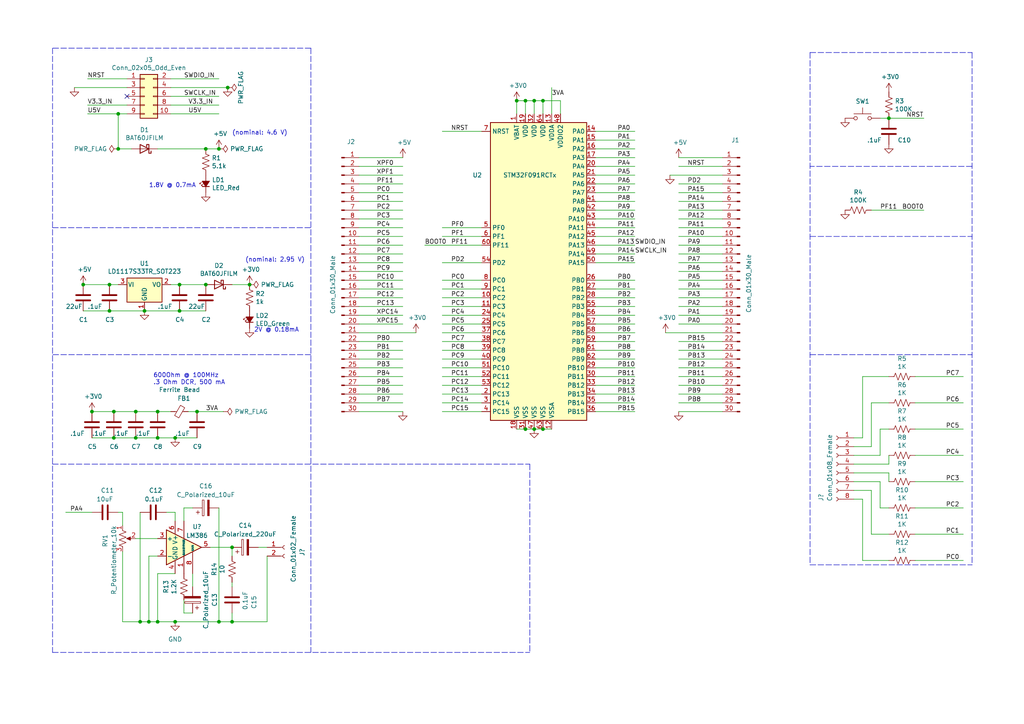
<source format=kicad_sch>
(kicad_sch (version 20211123) (generator eeschema)
  (paper "A4")
  (title_block (title "STM32F091 Dev Board") (date "2020-06-22") (rev "1"))
  (lib_symbols
    (symbol "Amplifier_Audio:LM386" (pin_names (offset 0.127))
      (property "Reference" "U?" (at 3.81 5.969 0))
      (property "Value" "LM386" (at 3.81 3.429 0))
      (symbol "LM386_1_1"
        (pin input line (at 0 -7.62 90) (length 5.08) (name "GAIN") (number "1"))
        (pin input line (at -7.62 -2.54 0) (length 2.54) (name "-") (number "2"))
        (pin input line (at -7.62 2.54 0) (length 2.54) (name "+") (number "3"))
        (pin power_in line (at -2.54 -7.62 90) (length 3.81) (name "GND") (number "4"))
        (pin output line (at 7.62 0 180) (length 2.54) (name "~") (number "5"))
        (pin power_in line (at -2.54 7.62 270) (length 3.81) (name "V+") (number "6"))
        (pin input line (at 0 7.62 270) (length 5.08) (name "BYPASS") (number "7"))
        (pin input line (at 2.54 -7.62 90) (length 6.35) (name "GAIN") (number "8"))
      )
    )
    (symbol "C_1" (pin_numbers hide) (pin_names (offset 0.254))
      (property "Reference" "C11" (at -1.27 6.35 0))
      (property "Value" "C_1" (at -2.54 3.81 0))
      (symbol "C_1_1_1"
        (pin passive line (at -3.81 0 0) (length 2.794) (name "~") (number "1"))
        (pin passive line (at 3.81 0 180) (length 2.794) (name "~") (number "2"))
      )
    )
    (symbol "C_Polarized_1" (pin_numbers hide) (pin_names (offset 0.254))
      (property "Reference" "C?" (at -6.35 0 90))
      (property "Value" "C_Polarized_10uF" (at -3.81 0 90))
      (symbol "C_Polarized_1_1_1"
        (pin passive line (at 0 3.81 270) (length 2.794) (name "~") (number "1"))
        (pin passive line (at 0 -3.81 90) (length 2.794) (name "~") (number "2"))
      )
    )
    (symbol "Connector:Conn_01x02_Female" (pin_names (offset 1.016) hide)
      (property "Reference" "J?" (at 5.08 -2.54 90))
      (property "Value" "Conn_01x02_Female" (at 2.54 -10.16 90))
      (symbol "Conn_01x02_Female_1_1"
        (pin passive line (at -5.08 0 0) (length 3.81) (name "Pin_1") (number "1"))
        (pin passive line (at -5.08 -2.54 0) (length 3.81) (name "Pin_2") (number "2"))
      )
    )
    (symbol "Connector:Conn_01x08_Female" (pin_names (offset 1.016) hide)
      (property "Reference" "J?" (at -9.5251 -10.795 90))
      (property "Value" "Conn_01x08_Female" (at -6.9851 -10.795 90))
      (symbol "Conn_01x08_Female_1_1"
        (pin passive line (at 0 7.62 180) (length 3.81) (name "Pin_1") (number "1"))
        (pin passive line (at 0 5.08 180) (length 3.81) (name "Pin_2") (number "2"))
        (pin passive line (at 0 2.54 180) (length 3.81) (name "Pin_3") (number "3"))
        (pin passive line (at 0 0 180) (length 3.81) (name "Pin_4") (number "4"))
        (pin passive line (at 0 -2.54 180) (length 3.81) (name "Pin_5") (number "5"))
        (pin passive line (at 0 -5.08 180) (length 3.81) (name "Pin_6") (number "6"))
        (pin passive line (at 0 -7.62 180) (length 3.81) (name "Pin_7") (number "7"))
        (pin passive line (at 0 -10.16 180) (length 3.81) (name "Pin_8") (number "8"))
      )
    )
    (symbol "Connector:Conn_01x30_Male" (pin_names (offset 1.016) hide)
      (property "Reference" "J" (at 0 38.1 0))
      (property "Value" "Conn_01x30_Male" (at 0 -40.64 0))
      (symbol "Conn_01x30_Male_1_1"
        (pin passive line (at 5.08 35.56 180) (length 3.81) (name "Pin_1") (number "1"))
        (pin passive line (at 5.08 12.7 180) (length 3.81) (name "Pin_10") (number "10"))
        (pin passive line (at 5.08 10.16 180) (length 3.81) (name "Pin_11") (number "11"))
        (pin passive line (at 5.08 7.62 180) (length 3.81) (name "Pin_12") (number "12"))
        (pin passive line (at 5.08 5.08 180) (length 3.81) (name "Pin_13") (number "13"))
        (pin passive line (at 5.08 2.54 180) (length 3.81) (name "Pin_14") (number "14"))
        (pin passive line (at 5.08 0 180) (length 3.81) (name "Pin_15") (number "15"))
        (pin passive line (at 5.08 -2.54 180) (length 3.81) (name "Pin_16") (number "16"))
        (pin passive line (at 5.08 -5.08 180) (length 3.81) (name "Pin_17") (number "17"))
        (pin passive line (at 5.08 -7.62 180) (length 3.81) (name "Pin_18") (number "18"))
        (pin passive line (at 5.08 -10.16 180) (length 3.81) (name "Pin_19") (number "19"))
        (pin passive line (at 5.08 33.02 180) (length 3.81) (name "Pin_2") (number "2"))
        (pin passive line (at 5.08 -12.7 180) (length 3.81) (name "Pin_20") (number "20"))
        (pin passive line (at 5.08 -15.24 180) (length 3.81) (name "Pin_21") (number "21"))
        (pin passive line (at 5.08 -17.78 180) (length 3.81) (name "Pin_22") (number "22"))
        (pin passive line (at 5.08 -20.32 180) (length 3.81) (name "Pin_23") (number "23"))
        (pin passive line (at 5.08 -22.86 180) (length 3.81) (name "Pin_24") (number "24"))
        (pin passive line (at 5.08 -25.4 180) (length 3.81) (name "Pin_25") (number "25"))
        (pin passive line (at 5.08 -27.94 180) (length 3.81) (name "Pin_26") (number "26"))
        (pin passive line (at 5.08 -30.48 180) (length 3.81) (name "Pin_27") (number "27"))
        (pin passive line (at 5.08 -33.02 180) (length 3.81) (name "Pin_28") (number "28"))
        (pin passive line (at 5.08 -35.56 180) (length 3.81) (name "Pin_29") (number "29"))
        (pin passive line (at 5.08 30.48 180) (length 3.81) (name "Pin_3") (number "3"))
        (pin passive line (at 5.08 -38.1 180) (length 3.81) (name "Pin_30") (number "30"))
        (pin passive line (at 5.08 27.94 180) (length 3.81) (name "Pin_4") (number "4"))
        (pin passive line (at 5.08 25.4 180) (length 3.81) (name "Pin_5") (number "5"))
        (pin passive line (at 5.08 22.86 180) (length 3.81) (name "Pin_6") (number "6"))
        (pin passive line (at 5.08 20.32 180) (length 3.81) (name "Pin_7") (number "7"))
        (pin passive line (at 5.08 17.78 180) (length 3.81) (name "Pin_8") (number "8"))
        (pin passive line (at 5.08 15.24 180) (length 3.81) (name "Pin_9") (number "9"))
      )
    )
    (symbol "Connector_Generic:Conn_02x05_Odd_Even" (pin_names (offset 1.016) hide)
      (property "Reference" "J" (at 1.27 7.62 0))
      (property "Value" "Conn_02x05_Odd_Even" (at 1.27 -7.62 0))
      (symbol "Conn_02x05_Odd_Even_1_1"
        (pin passive line (at -5.08 5.08 0) (length 3.81) (name "Pin_1") (number "1"))
        (pin passive line (at 7.62 -5.08 180) (length 3.81) (name "Pin_10") (number "10"))
        (pin passive line (at 7.62 5.08 180) (length 3.81) (name "Pin_2") (number "2"))
        (pin passive line (at -5.08 2.54 0) (length 3.81) (name "Pin_3") (number "3"))
        (pin passive line (at 7.62 2.54 180) (length 3.81) (name "Pin_4") (number "4"))
        (pin passive line (at -5.08 0 0) (length 3.81) (name "Pin_5") (number "5"))
        (pin passive line (at 7.62 0 180) (length 3.81) (name "Pin_6") (number "6"))
        (pin passive line (at -5.08 -2.54 0) (length 3.81) (name "Pin_7") (number "7"))
        (pin passive line (at 7.62 -2.54 180) (length 3.81) (name "Pin_8") (number "8"))
        (pin passive line (at -5.08 -5.08 0) (length 3.81) (name "Pin_9") (number "9"))
      )
    )
    (symbol "Device:C" (pin_numbers hide) (pin_names (offset 0.254))
      (property "Reference" "C" (at 0.635 2.54 0))
      (property "Value" "C" (at 0.635 -2.54 0))
      (symbol "C_1_1"
        (pin passive line (at 0 3.81 270) (length 2.794) (name "~") (number "1"))
        (pin passive line (at 0 -3.81 90) (length 2.794) (name "~") (number "2"))
      )
    )
    (symbol "Device:C_Polarized" (pin_numbers hide) (pin_names (offset 0.254))
      (property "Reference" "C?" (at 6.35 3.81 90))
      (property "Value" "C_Polarized" (at 3.429 0 90))
      (symbol "C_Polarized_1_1"
        (pin passive line (at 0 3.81 270) (length 2.794) (name "~") (number "1"))
        (pin passive line (at 0 -3.81 90) (length 2.794) (name "~") (number "2"))
      )
    )
    (symbol "Device:R_Potentiometer_US" (pin_names (offset 1.016) hide)
      (property "Reference" "RV1" (at -5.08 1.27 90))
      (property "Value" "R_Potentiometer_10k" (at -2.54 3.81 90))
      (symbol "R_Potentiometer_US_1_1"
        (pin passive line (at 0 3.81 270) (length 1.27) (name "1") (number "1"))
        (pin passive line (at 3.81 0 180) (length 1.27) (name "2") (number "2"))
        (pin passive line (at 0 -3.81 90) (length 1.27) (name "3") (number "3"))
      )
    )
    (symbol "Device:R_US" (pin_numbers hide) (pin_names (offset 0))
      (property "Reference" "R" (at 2.54 0 90))
      (property "Value" "R_US" (at -2.54 0 90))
      (symbol "R_US_1_1"
        (pin passive line (at 0 3.81 270) (length 1.27) (name "~") (number "1"))
        (pin passive line (at 0 -3.81 90) (length 1.27) (name "~") (number "2"))
      )
    )
    (symbol "Diode:BAT60A" (pin_numbers hide) (pin_names (offset 1.016) hide)
      (property "Reference" "D" (at 0 2.54 0))
      (property "Value" "BAT60A" (at 0 -2.54 0))
      (symbol "BAT60A_1_1"
        (pin passive line (at -3.81 0 0) (length 2.54) (name "K") (number "1"))
        (pin passive line (at 3.81 0 180) (length 2.54) (name "A") (number "2"))
      )
    )
    (symbol "MCU_ST_STM32F0:STM32F091RCTx"
      (property "Reference" "U" (at -15.24 44.45 0))
      (property "Value" "STM32F091RCTx" (at 7.62 44.45 0))
      (symbol "STM32F091RCTx_1_1"
        (pin power_in line (at -7.62 45.72 270) (length 2.54) (name "VBAT") (number "1"))
        (pin bidirectional line (at -17.78 -7.62 0) (length 2.54) (name "PC2") (number "10"))
        (pin bidirectional line (at -17.78 -10.16 0) (length 2.54) (name "PC3") (number "11"))
        (pin power_in line (at 2.54 -45.72 90) (length 2.54) (name "VSSA") (number "12"))
        (pin power_in line (at 2.54 45.72 270) (length 2.54) (name "VDDA") (number "13"))
        (pin bidirectional line (at 15.24 40.64 180) (length 2.54) (name "PA0") (number "14"))
        (pin bidirectional line (at 15.24 38.1 180) (length 2.54) (name "PA1") (number "15"))
        (pin bidirectional line (at 15.24 35.56 180) (length 2.54) (name "PA2") (number "16"))
        (pin bidirectional line (at 15.24 33.02 180) (length 2.54) (name "PA3") (number "17"))
        (pin power_in line (at -7.62 -45.72 90) (length 2.54) (name "VSS") (number "18"))
        (pin power_in line (at -5.08 45.72 270) (length 2.54) (name "VDD") (number "19"))
        (pin bidirectional line (at -17.78 -35.56 0) (length 2.54) (name "PC13") (number "2"))
        (pin bidirectional line (at 15.24 30.48 180) (length 2.54) (name "PA4") (number "20"))
        (pin bidirectional line (at 15.24 27.94 180) (length 2.54) (name "PA5") (number "21"))
        (pin bidirectional line (at 15.24 25.4 180) (length 2.54) (name "PA6") (number "22"))
        (pin bidirectional line (at 15.24 22.86 180) (length 2.54) (name "PA7") (number "23"))
        (pin bidirectional line (at -17.78 -12.7 0) (length 2.54) (name "PC4") (number "24"))
        (pin bidirectional line (at -17.78 -15.24 0) (length 2.54) (name "PC5") (number "25"))
        (pin bidirectional line (at 15.24 -2.54 180) (length 2.54) (name "PB0") (number "26"))
        (pin bidirectional line (at 15.24 -5.08 180) (length 2.54) (name "PB1") (number "27"))
        (pin bidirectional line (at 15.24 -7.62 180) (length 2.54) (name "PB2") (number "28"))
        (pin bidirectional line (at 15.24 -27.94 180) (length 2.54) (name "PB10") (number "29"))
        (pin bidirectional line (at -17.78 -38.1 0) (length 2.54) (name "PC14") (number "3"))
        (pin bidirectional line (at 15.24 -30.48 180) (length 2.54) (name "PB11") (number "30"))
        (pin power_in line (at -5.08 -45.72 90) (length 2.54) (name "VSS") (number "31"))
        (pin power_in line (at -2.54 45.72 270) (length 2.54) (name "VDD") (number "32"))
        (pin bidirectional line (at 15.24 -33.02 180) (length 2.54) (name "PB12") (number "33"))
        (pin bidirectional line (at 15.24 -35.56 180) (length 2.54) (name "PB13") (number "34"))
        (pin bidirectional line (at 15.24 -38.1 180) (length 2.54) (name "PB14") (number "35"))
        (pin bidirectional line (at 15.24 -40.64 180) (length 2.54) (name "PB15") (number "36"))
        (pin bidirectional line (at -17.78 -17.78 0) (length 2.54) (name "PC6") (number "37"))
        (pin bidirectional line (at -17.78 -20.32 0) (length 2.54) (name "PC7") (number "38"))
        (pin bidirectional line (at -17.78 -22.86 0) (length 2.54) (name "PC8") (number "39"))
        (pin bidirectional line (at -17.78 -40.64 0) (length 2.54) (name "PC15") (number "4"))
        (pin bidirectional line (at -17.78 -25.4 0) (length 2.54) (name "PC9") (number "40"))
        (pin bidirectional line (at 15.24 20.32 180) (length 2.54) (name "PA8") (number "41"))
        (pin bidirectional line (at 15.24 17.78 180) (length 2.54) (name "PA9") (number "42"))
        (pin bidirectional line (at 15.24 15.24 180) (length 2.54) (name "PA10") (number "43"))
        (pin bidirectional line (at 15.24 12.7 180) (length 2.54) (name "PA11") (number "44"))
        (pin bidirectional line (at 15.24 10.16 180) (length 2.54) (name "PA12") (number "45"))
        (pin bidirectional line (at 15.24 7.62 180) (length 2.54) (name "PA13") (number "46"))
        (pin power_in line (at -2.54 -45.72 90) (length 2.54) (name "VSS") (number "47"))
        (pin power_in line (at 5.08 45.72 270) (length 2.54) (name "VDDIO2") (number "48"))
        (pin bidirectional line (at 15.24 5.08 180) (length 2.54) (name "PA14") (number "49"))
        (pin input line (at -17.78 12.7 0) (length 2.54) (name "PF0") (number "5"))
        (pin bidirectional line (at 15.24 2.54 180) (length 2.54) (name "PA15") (number "50"))
        (pin bidirectional line (at -17.78 -27.94 0) (length 2.54) (name "PC10") (number "51"))
        (pin bidirectional line (at -17.78 -30.48 0) (length 2.54) (name "PC11") (number "52"))
        (pin bidirectional line (at -17.78 -33.02 0) (length 2.54) (name "PC12") (number "53"))
        (pin bidirectional line (at -17.78 2.54 0) (length 2.54) (name "PD2") (number "54"))
        (pin bidirectional line (at 15.24 -10.16 180) (length 2.54) (name "PB3") (number "55"))
        (pin bidirectional line (at 15.24 -12.7 180) (length 2.54) (name "PB4") (number "56"))
        (pin bidirectional line (at 15.24 -15.24 180) (length 2.54) (name "PB5") (number "57"))
        (pin bidirectional line (at 15.24 -17.78 180) (length 2.54) (name "PB6") (number "58"))
        (pin bidirectional line (at 15.24 -20.32 180) (length 2.54) (name "PB7") (number "59"))
        (pin input line (at -17.78 10.16 0) (length 2.54) (name "PF1") (number "6"))
        (pin bidirectional line (at -17.78 7.62 0) (length 2.54) (name "PF11") (number "60"))
        (pin bidirectional line (at 15.24 -22.86 180) (length 2.54) (name "PB8") (number "61"))
        (pin bidirectional line (at 15.24 -25.4 180) (length 2.54) (name "PB9") (number "62"))
        (pin power_in line (at 0 -45.72 90) (length 2.54) (name "VSS") (number "63"))
        (pin power_in line (at 0 45.72 270) (length 2.54) (name "VDD") (number "64"))
        (pin input line (at -17.78 40.64 0) (length 2.54) (name "NRST") (number "7"))
        (pin bidirectional line (at -17.78 -2.54 0) (length 2.54) (name "PC0") (number "8"))
        (pin bidirectional line (at -17.78 -5.08 0) (length 2.54) (name "PC1") (number "9"))
      )
    )
    (symbol "Regulator_Linear:LD1117S33TR_SOT223" (pin_names (offset 0.254))
      (property "Reference" "U" (at -3.81 3.175 0))
      (property "Value" "LD1117S33TR_SOT223" (at 0 3.175 0))
      (symbol "LD1117S33TR_SOT223_1_1"
        (pin power_in line (at 0 -7.62 90) (length 2.54) (name "GND") (number "1"))
        (pin power_out line (at 7.62 0 180) (length 2.54) (name "VO") (number "2"))
        (pin power_in line (at -7.62 0 0) (length 2.54) (name "VI") (number "3"))
      )
    )
    (symbol "Switch:SW_Push" (pin_numbers hide) (pin_names (offset 1.016) hide)
      (property "Reference" "SW" (at 1.27 2.54 0))
      (property "Value" "SW_Push" (at 0 -1.524 0))
      (symbol "SW_Push_0_1"
        (pin passive line (at -5.08 0 0) (length 2.54) (name "1") (number "1"))
        (pin passive line (at 5.08 0 180) (length 2.54) (name "2") (number "2"))
      )
    )
    (symbol "power:+3V0" (power) (pin_names (offset 0))
      (property "Value" "+3V0" (at 0 3.556 0))
      (symbol "+3V0_1_1"
        (pin power_in line (at 0 0 90) (length 0) hide (name "+3V0") (number "1"))
      )
    )
    (symbol "power:+5V" (power) (pin_names (offset 0))
      (property "Value" "+5V" (at 0 3.556 0))
      (symbol "+5V_1_1"
        (pin power_in line (at 0 0 90) (length 0) hide (name "+5V") (number "1"))
      )
    )
    (symbol "power:GND" (power) (pin_names (offset 0))
      (property "Value" "GND" (at 0 -3.81 0))
      (symbol "GND_1_1"
        (pin power_in line (at 0 0 270) (length 0) hide (name "GND") (number "1"))
      )
    )
    (symbol "power:PWR_FLAG" (power) (pin_numbers hide) (pin_names (offset 0) hide)
      (property "Value" "PWR_FLAG" (at 0 3.81 0))
      (symbol "PWR_FLAG_0_0"
        (pin power_out line (at 0 0 90) (length 0) (name "pwr") (number "1"))
      )
    )
    (symbol "stm32f091-rescue:Ferrite_Bead_Small-Device" (pin_numbers hide) (pin_names (offset 0))
      (property "Reference" "FB" (at 1.905 1.27 0))
      (property "Value" "Ferrite_Bead_Small-Device" (at 1.905 -1.27 0))
      (symbol "Ferrite_Bead_Small-Device_1_1"
        (pin passive line (at 0 2.54 270) (length 1.27) (name "~") (number "1"))
        (pin passive line (at 0 -2.54 90) (length 1.27) (name "~") (number "2"))
      )
    )
    (symbol "stm32f091-rescue:LED_Small_ALT-Device" (pin_numbers hide) (pin_names (offset 0.254) hide)
      (property "Reference" "D" (at -1.27 3.175 0))
      (property "Value" "LED_Small_ALT-Device" (at -4.445 -2.54 0))
      (symbol "LED_Small_ALT-Device_1_1"
        (pin passive line (at -2.54 0 0) (length 1.778) (name "K") (number "1"))
        (pin passive line (at 2.54 0 180) (length 1.778) (name "A") (number "2"))
      )
    )
  )
  (junction (at 40.64 180.34))
  (junction (at 43.18 180.34))
  (junction (at 39.37 127))
  (junction (at 59.69 43.18))
  (junction (at 66.04 25.4))
  (junction (at 50.8 180.34))
  (junction (at 154.94 29.21))
  (junction (at 157.48 124.46))
  (junction (at 67.31 180.34))
  (junction (at 39.37 119.38))
  (junction (at 52.07 90.17))
  (junction (at 63.5 180.34))
  (junction (at 152.4 124.46))
  (junction (at 52.07 82.55))
  (junction (at 149.86 29.21))
  (junction (at 45.72 180.34))
  (junction (at 45.72 127))
  (junction (at 34.29 33.02))
  (junction (at 257.81 34.29))
  (junction (at 152.4 29.21))
  (junction (at 33.02 119.38))
  (junction (at 157.48 29.21))
  (junction (at 154.94 124.46))
  (junction (at 31.75 90.17))
  (junction (at 59.69 82.55))
  (junction (at 50.8 127))
  (junction (at 41.91 90.17))
  (junction (at 72.39 82.55))
  (junction (at 26.67 119.38))
  (junction (at 34.29 43.18))
  (junction (at 63.5 43.18))
  (junction (at 45.72 119.38))
  (junction (at 67.31 158.75))
  (junction (at 33.02 127))
  (junction (at 24.13 82.55))
  (junction (at 57.15 119.38))
  (junction (at 31.75 82.55))
  (no_connect (at 36.83 27.94))
  (wire (pts (xy 247.65 139.7) (xy 255.27 139.7)))
  (wire (pts (xy 104.14 81.28) (xy 116.84 81.28)))
  (wire (pts (xy 250.19 162.56) (xy 257.81 162.56)))
  (wire (pts (xy 139.7 81.28) (xy 128.27 81.28)))
  (wire (pts (xy 209.55 73.66) (xy 196.85 73.66)))
  (wire (pts (xy 172.72 66.04) (xy 184.15 66.04)))
  (wire (pts (xy 265.43 116.84) (xy 279.4 116.84)))
  (wire (pts (xy 255.27 34.29) (xy 257.81 34.29)))
  (wire (pts (xy 104.14 73.66) (xy 116.84 73.66)))
  (wire (pts (xy 252.73 142.24) (xy 252.73 154.94)))
  (wire (pts (xy 24.13 90.17) (xy 31.75 90.17)))
  (wire (pts (xy 172.72 93.98) (xy 184.15 93.98)))
  (wire (pts (xy 265.43 162.56) (xy 279.4 162.56)))
  (wire (pts (xy 172.72 63.5) (xy 184.15 63.5)))
  (wire (pts (xy 104.14 93.98) (xy 116.84 93.98)))
  (wire (pts (xy 250.19 127) (xy 250.19 109.22)))
  (wire (pts (xy 104.14 111.76) (xy 116.84 111.76)))
  (wire (pts (xy 139.7 38.1) (xy 128.27 38.1)))
  (wire (pts (xy 55.88 166.37) (xy 55.88 170.18)))
  (wire (pts (xy 139.7 66.04) (xy 128.27 66.04)))
  (wire (pts (xy 209.55 101.6) (xy 196.85 101.6)))
  (wire (pts (xy 265.43 124.46) (xy 279.4 124.46)))
  (wire (pts (xy 247.65 134.62) (xy 257.81 134.62)))
  (wire (pts (xy 104.14 76.2) (xy 116.84 76.2)))
  (wire (pts (xy 41.91 90.17) (xy 52.07 90.17)))
  (wire (pts (xy 34.29 43.18) (xy 38.1 43.18)))
  (wire (pts (xy 172.72 119.38) (xy 184.15 119.38)))
  (wire (pts (xy 152.4 33.02) (xy 152.4 29.21)))
  (wire (pts (xy 247.65 142.24) (xy 252.73 142.24)))
  (wire (pts (xy 209.55 114.3) (xy 196.85 114.3)))
  (wire (pts (xy 49.53 27.94) (xy 63.5 27.94)))
  (wire (pts (xy 39.37 119.38) (xy 45.72 119.38)))
  (wire (pts (xy 257.81 34.29) (xy 267.97 34.29)))
  (wire (pts (xy 209.55 63.5) (xy 196.85 63.5)))
  (wire (pts (xy 77.47 161.29) (xy 77.47 180.34)))
  (wire (pts (xy 67.31 177.8) (xy 67.31 180.34)))
  (wire (pts (xy 172.72 83.82) (xy 184.15 83.82)))
  (wire (pts (xy 104.14 96.52) (xy 120.65 96.52)))
  (wire (pts (xy 104.14 91.44) (xy 116.84 91.44)))
  (wire (pts (xy 104.14 68.58) (xy 116.84 68.58)))
  (wire (pts (xy 139.7 114.3) (xy 128.27 114.3)))
  (wire (pts (xy 157.48 33.02) (xy 157.48 29.21)))
  (wire (pts (xy 252.73 60.96) (xy 267.97 60.96)))
  (wire (pts (xy 209.55 58.42) (xy 196.85 58.42)))
  (wire (pts (xy 209.55 109.22) (xy 196.85 109.22)))
  (wire (pts (xy 54.61 119.38) (xy 57.15 119.38)))
  (wire (pts (xy 257.81 132.08) (xy 257.81 134.62)))
  (wire (pts (xy 123.19 71.12) (xy 139.7 71.12)))
  (wire (pts (xy 33.02 127) (xy 39.37 127)))
  (wire (pts (xy 172.72 71.12) (xy 184.15 71.12)))
  (wire (pts (xy 172.72 50.8) (xy 184.15 50.8)))
  (wire (pts (xy 265.43 139.7) (xy 279.4 139.7)))
  (wire (pts (xy 104.14 116.84) (xy 116.84 116.84)))
  (wire (pts (xy 172.72 55.88) (xy 184.15 55.88)))
  (wire (pts (xy 139.7 86.36) (xy 128.27 86.36)))
  (wire (pts (xy 53.34 151.13) (xy 53.34 147.32)))
  (wire (pts (xy 194.31 50.8) (xy 209.55 50.8)))
  (wire (pts (xy 139.7 68.58) (xy 128.27 68.58)))
  (wire (pts (xy 50.8 166.37) (xy 45.72 166.37)))
  (wire (pts (xy 104.14 45.72) (xy 116.84 45.72)))
  (wire (pts (xy 160.02 33.02) (xy 160.02 25.4)))
  (wire (pts (xy 265.43 147.32) (xy 279.4 147.32)))
  (wire (pts (xy 104.14 106.68) (xy 116.84 106.68)))
  (wire (pts (xy 52.07 90.17) (xy 59.69 90.17)))
  (wire (pts (xy 209.55 53.34) (xy 196.85 53.34)))
  (wire (pts (xy 209.55 48.26) (xy 196.85 48.26)))
  (wire (pts (xy 39.37 127) (xy 45.72 127)))
  (wire (pts (xy 104.14 66.04) (xy 116.84 66.04)))
  (wire (pts (xy 247.65 137.16) (xy 257.81 137.16)))
  (wire (pts (xy 40.64 148.59) (xy 40.64 180.34)))
  (polyline (pts (xy 15.24 13.97) (xy 15.24 189.23)))
  (wire (pts (xy 209.55 99.06) (xy 196.85 99.06)))
  (wire (pts (xy 157.48 124.46) (xy 160.02 124.46)))
  (wire (pts (xy 172.72 116.84) (xy 184.15 116.84)))
  (wire (pts (xy 45.72 166.37) (xy 45.72 180.34)))
  (wire (pts (xy 36.83 22.86) (xy 25.4 22.86)))
  (wire (pts (xy 154.94 33.02) (xy 154.94 29.21)))
  (wire (pts (xy 49.53 30.48) (xy 63.5 30.48)))
  (polyline (pts (xy 234.95 102.87) (xy 281.94 102.87)))
  (wire (pts (xy 34.29 148.59) (xy 35.56 148.59)))
  (wire (pts (xy 104.14 55.88) (xy 116.84 55.88)))
  (wire (pts (xy 265.43 132.08) (xy 279.4 132.08)))
  (wire (pts (xy 36.83 30.48) (xy 25.4 30.48)))
  (wire (pts (xy 209.55 86.36) (xy 196.85 86.36)))
  (wire (pts (xy 104.14 83.82) (xy 116.84 83.82)))
  (wire (pts (xy 255.27 139.7) (xy 255.27 147.32)))
  (wire (pts (xy 63.5 147.32) (xy 63.5 180.34)))
  (wire (pts (xy 52.07 82.55) (xy 59.69 82.55)))
  (wire (pts (xy 209.55 88.9) (xy 196.85 88.9)))
  (wire (pts (xy 139.7 93.98) (xy 128.27 93.98)))
  (wire (pts (xy 265.43 154.94) (xy 279.4 154.94)))
  (polyline (pts (xy 90.17 102.87) (xy 15.24 102.87)))
  (wire (pts (xy 104.14 58.42) (xy 116.84 58.42)))
  (wire (pts (xy 53.34 147.32) (xy 55.88 147.32)))
  (wire (pts (xy 104.14 109.22) (xy 116.84 109.22)))
  (wire (pts (xy 104.14 99.06) (xy 116.84 99.06)))
  (wire (pts (xy 104.14 50.8) (xy 116.84 50.8)))
  (wire (pts (xy 139.7 99.06) (xy 128.27 99.06)))
  (wire (pts (xy 252.73 154.94) (xy 257.81 154.94)))
  (wire (pts (xy 209.55 119.38) (xy 196.85 119.38)))
  (wire (pts (xy 33.02 119.38) (xy 39.37 119.38)))
  (wire (pts (xy 24.13 82.55) (xy 31.75 82.55)))
  (wire (pts (xy 172.72 104.14) (xy 184.15 104.14)))
  (wire (pts (xy 40.64 180.34) (xy 43.18 180.34)))
  (wire (pts (xy 172.72 106.68) (xy 184.15 106.68)))
  (wire (pts (xy 172.72 88.9) (xy 184.15 88.9)))
  (wire (pts (xy 139.7 83.82) (xy 128.27 83.82)))
  (wire (pts (xy 45.72 127) (xy 50.8 127)))
  (wire (pts (xy 172.72 96.52) (xy 184.15 96.52)))
  (wire (pts (xy 139.7 119.38) (xy 128.27 119.38)))
  (wire (pts (xy 209.55 71.12) (xy 196.85 71.12)))
  (polyline (pts (xy 234.95 68.58) (xy 281.94 68.58)))
  (polyline (pts (xy 90.17 13.97) (xy 90.17 189.23)))
  (wire (pts (xy 19.05 148.59) (xy 26.67 148.59)))
  (wire (pts (xy 26.67 127) (xy 33.02 127)))
  (wire (pts (xy 104.14 86.36) (xy 116.84 86.36)))
  (wire (pts (xy 149.86 29.21) (xy 152.4 29.21)))
  (wire (pts (xy 63.5 43.18) (xy 59.69 43.18)))
  (wire (pts (xy 209.55 116.84) (xy 196.85 116.84)))
  (wire (pts (xy 209.55 81.28) (xy 196.85 81.28)))
  (wire (pts (xy 209.55 76.2) (xy 196.85 76.2)))
  (wire (pts (xy 209.55 106.68) (xy 196.85 106.68)))
  (wire (pts (xy 67.31 168.91) (xy 67.31 170.18)))
  (wire (pts (xy 48.26 148.59) (xy 50.8 148.59)))
  (wire (pts (xy 209.55 66.04) (xy 196.85 66.04)))
  (wire (pts (xy 53.34 177.8) (xy 55.88 177.8)))
  (wire (pts (xy 172.72 58.42) (xy 184.15 58.42)))
  (wire (pts (xy 35.56 180.34) (xy 40.64 180.34)))
  (wire (pts (xy 172.72 43.18) (xy 184.15 43.18)))
  (wire (pts (xy 172.72 38.1) (xy 184.15 38.1)))
  (polyline (pts (xy 281.94 48.26) (xy 234.95 48.26)))
  (wire (pts (xy 104.14 88.9) (xy 116.84 88.9)))
  (wire (pts (xy 39.37 156.21) (xy 45.72 156.21)))
  (wire (pts (xy 21.59 25.4) (xy 36.83 25.4)))
  (wire (pts (xy 49.53 82.55) (xy 52.07 82.55)))
  (wire (pts (xy 209.55 93.98) (xy 196.85 93.98)))
  (wire (pts (xy 255.27 132.08) (xy 255.27 124.46)))
  (wire (pts (xy 172.72 114.3) (xy 184.15 114.3)))
  (wire (pts (xy 172.72 111.76) (xy 184.15 111.76)))
  (polyline (pts (xy 234.95 15.24) (xy 281.94 15.24)))
  (wire (pts (xy 104.14 48.26) (xy 116.84 48.26)))
  (polyline (pts (xy 15.24 66.04) (xy 90.17 66.04)))
  (wire (pts (xy 104.14 71.12) (xy 116.84 71.12)))
  (wire (pts (xy 63.5 180.34) (xy 67.31 180.34)))
  (wire (pts (xy 209.55 55.88) (xy 196.85 55.88)))
  (wire (pts (xy 157.48 29.21) (xy 162.56 29.21)))
  (wire (pts (xy 162.56 29.21) (xy 162.56 33.02)))
  (wire (pts (xy 152.4 29.21) (xy 154.94 29.21)))
  (wire (pts (xy 172.72 99.06) (xy 184.15 99.06)))
  (wire (pts (xy 104.14 53.34) (xy 116.84 53.34)))
  (wire (pts (xy 139.7 111.76) (xy 128.27 111.76)))
  (wire (pts (xy 43.18 161.29) (xy 45.72 161.29)))
  (wire (pts (xy 149.86 124.46) (xy 152.4 124.46)))
  (wire (pts (xy 255.27 147.32) (xy 257.81 147.32)))
  (wire (pts (xy 53.34 173.99) (xy 53.34 177.8)))
  (wire (pts (xy 247.65 127) (xy 250.19 127)))
  (wire (pts (xy 49.53 33.02) (xy 63.5 33.02)))
  (wire (pts (xy 50.8 180.34) (xy 63.5 180.34)))
  (wire (pts (xy 209.55 104.14) (xy 196.85 104.14)))
  (wire (pts (xy 172.72 45.72) (xy 184.15 45.72)))
  (wire (pts (xy 172.72 81.28) (xy 184.15 81.28)))
  (wire (pts (xy 35.56 152.4) (xy 35.56 148.59)))
  (polyline (pts (xy 15.24 189.23) (xy 153.67 189.23)))
  (wire (pts (xy 104.14 78.74) (xy 116.84 78.74)))
  (wire (pts (xy 139.7 106.68) (xy 128.27 106.68)))
  (polyline (pts (xy 234.95 15.24) (xy 234.95 163.83)))
  (wire (pts (xy 49.53 25.4) (xy 66.04 25.4)))
  (polyline (pts (xy 153.67 134.62) (xy 153.67 189.23)))
  (wire (pts (xy 34.29 33.02) (xy 25.4 33.02)))
  (wire (pts (xy 139.7 104.14) (xy 128.27 104.14)))
  (wire (pts (xy 104.14 119.38) (xy 116.84 119.38)))
  (wire (pts (xy 250.19 109.22) (xy 257.81 109.22)))
  (wire (pts (xy 209.55 111.76) (xy 196.85 111.76)))
  (wire (pts (xy 26.67 119.38) (xy 33.02 119.38)))
  (wire (pts (xy 43.18 161.29) (xy 43.18 180.34)))
  (wire (pts (xy 172.72 53.34) (xy 184.15 53.34)))
  (wire (pts (xy 209.55 91.44) (xy 196.85 91.44)))
  (wire (pts (xy 50.8 127) (xy 57.15 127)))
  (wire (pts (xy 59.69 43.18) (xy 45.72 43.18)))
  (wire (pts (xy 139.7 88.9) (xy 128.27 88.9)))
  (polyline (pts (xy 90.17 13.97) (xy 15.24 13.97)))
  (wire (pts (xy 104.14 60.96) (xy 116.84 60.96)))
  (wire (pts (xy 172.72 73.66) (xy 184.15 73.66)))
  (wire (pts (xy 35.56 160.02) (xy 35.56 180.34)))
  (wire (pts (xy 172.72 76.2) (xy 184.15 76.2)))
  (wire (pts (xy 45.72 119.38) (xy 49.53 119.38)))
  (wire (pts (xy 154.94 124.46) (xy 157.48 124.46)))
  (wire (pts (xy 67.31 158.75) (xy 67.31 161.29)))
  (wire (pts (xy 45.72 180.34) (xy 50.8 180.34)))
  (wire (pts (xy 67.31 82.55) (xy 72.39 82.55)))
  (wire (pts (xy 50.8 151.13) (xy 50.8 148.59)))
  (wire (pts (xy 49.53 22.86) (xy 63.5 22.86)))
  (wire (pts (xy 57.15 119.38) (xy 64.77 119.38)))
  (wire (pts (xy 74.93 158.75) (xy 77.47 158.75)))
  (wire (pts (xy 104.14 104.14) (xy 116.84 104.14)))
  (wire (pts (xy 247.65 129.54) (xy 252.73 129.54)))
  (wire (pts (xy 172.72 109.22) (xy 184.15 109.22)))
  (wire (pts (xy 104.14 63.5) (xy 116.84 63.5)))
  (wire (pts (xy 139.7 101.6) (xy 128.27 101.6)))
  (wire (pts (xy 43.18 180.34) (xy 45.72 180.34)))
  (wire (pts (xy 172.72 68.58) (xy 184.15 68.58)))
  (wire (pts (xy 193.04 96.52) (xy 209.55 96.52)))
  (wire (pts (xy 252.73 129.54) (xy 252.73 116.84)))
  (wire (pts (xy 152.4 124.46) (xy 154.94 124.46)))
  (wire (pts (xy 60.96 158.75) (xy 67.31 158.75)))
  (wire (pts (xy 252.73 116.84) (xy 257.81 116.84)))
  (wire (pts (xy 31.75 90.17) (xy 41.91 90.17)))
  (wire (pts (xy 104.14 101.6) (xy 116.84 101.6)))
  (wire (pts (xy 247.65 144.78) (xy 250.19 144.78)))
  (wire (pts (xy 67.31 180.34) (xy 77.47 180.34)))
  (polyline (pts (xy 281.94 15.24) (xy 281.94 163.83)))
  (wire (pts (xy 172.72 40.64) (xy 184.15 40.64)))
  (wire (pts (xy 257.81 137.16) (xy 257.81 139.7)))
  (wire (pts (xy 172.72 60.96) (xy 184.15 60.96)))
  (wire (pts (xy 34.29 82.55) (xy 31.75 82.55)))
  (wire (pts (xy 149.86 33.02) (xy 149.86 29.21)))
  (wire (pts (xy 34.29 33.02) (xy 34.29 43.18)))
  (wire (pts (xy 36.83 33.02) (xy 34.29 33.02)))
  (wire (pts (xy 139.7 96.52) (xy 128.27 96.52)))
  (wire (pts (xy 247.65 132.08) (xy 255.27 132.08)))
  (wire (pts (xy 139.7 109.22) (xy 128.27 109.22)))
  (wire (pts (xy 172.72 101.6) (xy 184.15 101.6)))
  (wire (pts (xy 265.43 109.22) (xy 279.4 109.22)))
  (wire (pts (xy 209.55 83.82) (xy 196.85 83.82)))
  (wire (pts (xy 209.55 68.58) (xy 196.85 68.58)))
  (wire (pts (xy 209.55 78.74) (xy 196.85 78.74)))
  (wire (pts (xy 104.14 114.3) (xy 116.84 114.3)))
  (wire (pts (xy 209.55 45.72) (xy 196.85 45.72)))
  (wire (pts (xy 172.72 91.44) (xy 184.15 91.44)))
  (wire (pts (xy 172.72 86.36) (xy 184.15 86.36)))
  (wire (pts (xy 209.55 60.96) (xy 196.85 60.96)))
  (wire (pts (xy 154.94 29.21) (xy 157.48 29.21)))
  (wire (pts (xy 172.72 48.26) (xy 184.15 48.26)))
  (wire (pts (xy 139.7 91.44) (xy 128.27 91.44)))
  (wire (pts (xy 255.27 124.46) (xy 257.81 124.46)))
  (wire (pts (xy 139.7 76.2) (xy 128.27 76.2)))
  (polyline (pts (xy 15.24 134.62) (xy 153.67 134.62)))
  (wire (pts (xy 139.7 116.84) (xy 128.27 116.84)))
  (polyline (pts (xy 234.95 163.83) (xy 281.94 163.83)))
  (wire (pts (xy 250.19 144.78) (xy 250.19 162.56)))
  (text "600Ohm @ 100MHz\n.3 Ohm DCR, 500 mA" (at 44.45 111.76 0) (effects (font (size 1.27 1.27)) (justify left bottom)))
  (text "(nominal: 4.6 V)" (at 67.31 39.37 0) (effects (font (size 1.27 1.27)) (justify left bottom)))
  (text "2V @ 0.18mA" (at 73.66 96.52 0) (effects (font (size 1.27 1.27)) (justify left bottom)))
  (text "(nominal: 2.95 V)" (at 71.12 76.2 0) (effects (font (size 1.27 1.27)) (justify left bottom)))
  (text "1.8V @ 0.7mA" (at 43.18 54.61 0) (effects (font (size 1.27 1.27)) (justify left bottom)))
  (label "PA7" (at 179.07 55.88 0))
  (label "PA6" (at 179.07 53.34 0))
  (label "PC8" (at 109.22 76.2 0))
  (label "PA3" (at 179.07 45.72 0))
  (label "PF0" (at 130.81 66.04 0))
  (label "PB0" (at 109.22 99.06 0))
  (label "PD2" (at 199.39 53.34 0))
  (label "PF1" (at 130.81 68.58 0))
  (label "PB4" (at 179.07 91.44 0))
  (label "PB8" (at 199.39 116.84 0))
  (label "PC3" (at 130.81 88.9 0))
  (label "PC6" (at 109.22 71.12 0))
  (label "PA13" (at 199.39 60.96 0))
  (label "PC14" (at 130.81 116.84 0))
  (label "XPC15" (at 109.22 93.98 0))
  (label "PA8" (at 179.07 58.42 0))
  (label "PC11" (at 130.81 109.22 0))
  (label "PC12" (at 109.22 86.36 0))
  (label "3VA" (at 59.69 119.38 0))
  (label "PB12" (at 199.39 106.68 0))
  (label "U5V" (at 25.4 33.02 0))
  (label "PC0" (at 274.32 162.56 0))
  (label "PA4" (at 20.32 148.59 0))
  (label "PB10" (at 179.07 106.68 0))
  (label "PA2" (at 179.07 43.18 0))
  (label "PD2" (at 130.81 76.2 0))
  (label "PC11" (at 109.22 83.82 0))
  (label "PC12" (at 130.81 111.76 0))
  (label "PB0" (at 179.07 81.28 0))
  (label "PB2" (at 179.07 86.36 0))
  (label "PA10" (at 179.07 63.5 0))
  (label "PA15" (at 179.07 76.2 0))
  (label "PC1" (at 130.81 83.82 0))
  (label "PC1" (at 109.22 58.42 0))
  (label "PC4" (at 109.22 66.04 0))
  (label "PA9" (at 199.39 71.12 0))
  (label "PA6" (at 199.39 78.74 0))
  (label "PA11" (at 179.07 66.04 0))
  (label "PB10" (at 199.39 111.76 0))
  (label "PA1" (at 199.39 91.44 0))
  (label "PA12" (at 199.39 63.5 0))
  (label "PA4" (at 199.39 83.82 0))
  (label "PB6" (at 109.22 114.3 0))
  (label "PC5" (at 130.81 93.98 0))
  (label "NRST" (at 262.89 34.29 0))
  (label "PA0" (at 179.07 38.1 0))
  (label "PC3" (at 109.22 63.5 0))
  (label "PA5" (at 199.39 81.28 0))
  (label "PB9" (at 199.39 114.3 0))
  (label "PB2" (at 109.22 104.14 0))
  (label "PA15" (at 199.39 55.88 0))
  (label "PA7" (at 199.39 76.2 0))
  (label "PC3" (at 274.32 139.7 0))
  (label "U5V" (at 54.61 33.02 0))
  (label "PA8" (at 199.39 73.66 0))
  (label "3VA" (at 160.02 27.94 0))
  (label "PA1" (at 179.07 40.64 0))
  (label "PB14" (at 179.07 116.84 0))
  (label "PC10" (at 109.22 81.28 0))
  (label "PB11" (at 179.07 109.22 0))
  (label "PA14" (at 179.07 73.66 0))
  (label "PC0" (at 109.22 55.88 0))
  (label "PA10" (at 199.39 68.58 0))
  (label "PC6" (at 130.81 96.52 0))
  (label "PC5" (at 274.32 124.46 0))
  (label "PB8" (at 179.07 101.6 0))
  (label "PB5" (at 179.07 93.98 0))
  (label "PC0" (at 130.81 81.28 0))
  (label "PF11" (at 255.27 60.96 0))
  (label "PA11" (at 199.39 66.04 0))
  (label "PB15" (at 199.39 99.06 0))
  (label "PB4" (at 109.22 109.22 0))
  (label "PB9" (at 179.07 104.14 0))
  (label "PB1" (at 109.22 101.6 0))
  (label "PC13" (at 109.22 88.9 0))
  (label "NRST" (at 199.39 48.26 0))
  (label "PB7" (at 109.22 116.84 0))
  (label "PA14" (at 199.39 58.42 0))
  (label "PA13" (at 179.07 71.12 0))
  (label "PC7" (at 274.32 109.22 0))
  (label "PC10" (at 130.81 106.68 0))
  (label "BOOT0" (at 261.62 60.96 0))
  (label "PB6" (at 179.07 96.52 0))
  (label "PC15" (at 130.81 119.38 0))
  (label "PB1" (at 179.07 83.82 0))
  (label "PC6" (at 274.32 116.84 0))
  (label "PA9" (at 179.07 60.96 0))
  (label "PA3" (at 199.39 86.36 0))
  (label "PC9" (at 109.22 78.74 0))
  (label "PA2" (at 199.39 88.9 0))
  (label "SWCLK_IN" (at 184.15 73.66 0))
  (label "PA5" (at 179.07 50.8 0))
  (label "V3.3_IN" (at 25.4 30.48 0))
  (label "PC1" (at 274.32 154.94 0))
  (label "V3.3_IN" (at 54.61 30.48 0))
  (label "PC9" (at 130.81 104.14 0))
  (label "PC2" (at 109.22 60.96 0))
  (label "PC2" (at 274.32 147.32 0))
  (label "PC13" (at 130.81 114.3 0))
  (label "PB11" (at 199.39 109.22 0))
  (label "PF11" (at 109.22 53.34 0))
  (label "PA4" (at 179.07 48.26 0))
  (label "PB7" (at 179.07 99.06 0))
  (label "BOOT0" (at 123.19 71.12 0))
  (label "PB3" (at 179.07 88.9 0))
  (label "PA0" (at 199.39 93.98 0))
  (label "PC7" (at 130.81 99.06 0))
  (label "XPF1" (at 109.22 50.8 0))
  (label "PC4" (at 130.81 91.44 0))
  (label "SWDIO_IN" (at 184.15 71.12 0))
  (label "PB5" (at 109.22 111.76 0))
  (label "PF11" (at 130.81 71.12 0))
  (label "XPC14" (at 109.22 91.44 0))
  (label "PB14" (at 199.39 101.6 0))
  (label "PC4" (at 274.32 132.08 0))
  (label "NRST" (at 130.81 38.1 0))
  (label "NRST" (at 25.4 22.86 0))
  (label "PC5" (at 109.22 68.58 0))
  (label "PA12" (at 179.07 68.58 0))
  (label "PC2" (at 130.81 86.36 0))
  (label "PB3" (at 109.22 106.68 0))
  (label "SWDIO_IN" (at 53.34 22.86 0))
  (label "PB13" (at 199.39 104.14 0))
  (label "PB12" (at 179.07 111.76 0))
  (label "SWCLK_IN" (at 53.34 27.94 0))
  (label "PC7" (at 109.22 73.66 0))
  (label "PB15" (at 179.07 119.38 0))
  (label "PC8" (at 130.81 101.6 0))
  (label "XPF0" (at 109.22 48.26 0))
  (label "PB13" (at 179.07 114.3 0))
  (symbol (lib_id "Device:R_US") (at 257.81 30.48 0) (unit 1)
    (property "Reference" "R3" (at 259.5372 29.3116 0) (effects (justify left)))
    (property "Value" "100K" (at 259.5372 31.623 0) (effects (justify left)))
    (property "Footprint" "Resistor_SMD:R_0805_2012Metric_Pad1.15x1.40mm_HandSolder" (effects hide))
  )
  (symbol (lib_id "Switch:SW_Push") (at 250.19 34.29 0) (unit 1)
    (property "Reference" "SW1" (at 250.19 29.3878 0))
    (property "Value" "SW_Push" (effects hide))
    (property "Footprint" "Button_Switch_SMD:SW_SPST_PTS645" (effects hide))
  )
  (symbol (lib_id "power:GND") (at 257.81 41.91 0) (unit 1)
    (property "Reference" "#PWR0101" (effects hide))
    (property "Value" "GND" (effects hide))
  )
  (symbol (lib_id "power:GND") (at 245.11 34.29 0) (unit 1)
    (property "Reference" "#PWR0102" (effects hide))
    (property "Value" "GND" (effects hide))
  )
  (symbol (lib_id "stm32f091-rescue:Ferrite_Bead_Small-Device") (at 52.07 119.38 270) (unit 1)
    (property "Reference" "FB1" (at 53.34 115.57 90))
    (property "Value" "Ferrite Bead" (at 52.07 113.03 90))
    (property "Footprint" "Inductor_SMD:L_0805_2012Metric_Pad1.15x1.40mm_HandSolder" (effects hide))
  )
  (symbol (lib_id "Connector_Generic:Conn_02x05_Odd_Even") (at 41.91 27.94 0) (unit 1)
    (property "Reference" "J3" (at 43.18 17.3482 0))
    (property "Value" "Conn_02x05_Odd_Even" (at 43.18 19.6596 0))
    (property "Footprint" "Connector_IDC:IDC-Header_2x05_P2.54mm_Vertical" (effects hide))
  )
  (symbol (lib_id "power:GND") (at 21.59 25.4 0) (unit 1)
    (property "Reference" "#PWR0106" (effects hide))
    (property "Value" "GND" (effects hide))
  )
  (symbol (lib_id "power:GND") (at 66.04 25.4 0) (unit 1)
    (property "Reference" "#PWR0107" (effects hide))
    (property "Value" "GND" (effects hide))
  )
  (symbol (lib_id "Regulator_Linear:LD1117S33TR_SOT223") (at 41.91 82.55 0) (unit 1)
    (property "Reference" "U1" (at 41.91 76.4032 0))
    (property "Value" "LD1117S33TR_SOT223" (at 41.91 78.7146 0))
    (property "Footprint" "Package_TO_SOT_SMD:SOT-223-3_TabPin2" (effects hide))
    (property "Datasheet" "http://www.st.com/st-web-ui/static/active/en/resource/technical/document/datasheet/CD00000544.pdf" (effects hide))
  )
  (symbol (lib_id "Device:C") (at 31.75 86.36 0) (unit 1)
    (property "Reference" "C3" (at 30.48 92.71 0) (effects (justify left)))
    (property "Value" ".1uF" (at 25.4 88.9 0) (effects (justify left)))
    (property "Footprint" "Capacitor_SMD:C_0805_2012Metric_Pad1.15x1.40mm_HandSolder" (effects hide))
    (property "Datasheet" "https://datasheet.lcsc.com/szlcsc/Samsung-Electro-Mechanics-CL21C101JBANNNC_C1790.pdf" (effects hide))
  )
  (symbol (lib_id "power:GND") (at 41.91 90.17 0) (unit 1)
    (property "Reference" "#PWR0108" (effects hide))
    (property "Value" "GND" (effects hide))
  )
  (symbol (lib_id "power:PWR_FLAG") (at 34.29 43.18 90) (unit 1)
    (property "Reference" "#FLG0101" (effects hide))
    (property "Value" "PWR_FLAG" (at 31.0642 43.18 90) (effects (justify left)))
  )
  (symbol (lib_id "power:PWR_FLAG") (at 66.04 25.4 270) (unit 1)
    (property "Reference" "#FLG0102" (effects hide))
    (property "Value" "PWR_FLAG" (at 69.85 25.4 0))
  )
  (symbol (lib_id "Diode:BAT60A") (at 41.91 43.18 180) (unit 1)
    (property "Reference" "D1" (at 41.91 37.6682 0))
    (property "Value" "BAT60JFILM" (at 41.91 39.9796 0))
    (property "Footprint" "Diode_SMD:D_SOD-323" (effects hide))
    (property "Datasheet" "https://www.infineon.com/dgdl/Infineon-BAT60ASERIES-DS-v01_01-en.pdf?fileId=db3a304313d846880113def70c9304a9" (effects hide))
  )
  (symbol (lib_id "power:+5V") (at 63.5 43.18 0) (unit 1)
    (property "Reference" "#PWR0110" (effects hide))
    (property "Value" "+5V" (at 63.881 38.7858 0))
  )
  (symbol (lib_id "power:+5V") (at 24.13 82.55 0) (unit 1)
    (property "Reference" "#PWR0111" (effects hide))
    (property "Value" "+5V" (at 24.511 78.1558 0))
  )
  (symbol (lib_id "Diode:BAT60A") (at 63.5 82.55 180) (unit 1)
    (property "Reference" "D2" (at 63.5 77.0382 0))
    (property "Value" "BAT60JFILM" (at 63.5 79.3496 0))
    (property "Footprint" "Diode_SMD:D_SOD-323" (effects hide))
    (property "Datasheet" "https://www.infineon.com/dgdl/Infineon-BAT60ASERIES-DS-v01_01-en.pdf?fileId=db3a304313d846880113def70c9304a9" (effects hide))
  )
  (symbol (lib_id "MCU_ST_STM32F0:STM32F091RCTx") (at 157.48 78.74 0) (unit 1)
    (property "Reference" "U2" (at 138.43 50.8 0))
    (property "Value" "STM32F091RCTx" (at 153.67 50.8 0))
    (property "Footprint" "Package_QFP:LQFP-64_10x10mm_P0.5mm" (effects hide))
    (property "Datasheet" "http://www.st.com/st-web-ui/static/active/en/resource/technical/document/datasheet/DM00115237.pdf" (effects hide))
  )
  (symbol (lib_id "power:+3V0") (at 72.39 82.55 0) (unit 1)
    (property "Reference" "#PWR0103" (effects hide))
    (property "Value" "+3V0" (at 72.771 78.1558 0))
  )
  (symbol (lib_id "power:+3V0") (at 26.67 119.38 0) (unit 1)
    (property "Reference" "#PWR0104" (effects hide))
    (property "Value" "+3V0" (at 27.051 114.9858 0))
  )
  (symbol (lib_id "power:+3V0") (at 149.86 29.21 0) (unit 1)
    (property "Reference" "#PWR0105" (effects hide))
    (property "Value" "+3V0" (at 150.241 24.8158 0))
  )
  (symbol (lib_id "power:+3V0") (at 120.65 96.52 0) (unit 1)
    (property "Reference" "#PWR0109" (effects hide))
    (property "Value" "+3V0" (at 121.031 92.1258 0))
  )
  (symbol (lib_id "power:+3V0") (at 193.04 96.52 0) (unit 1)
    (property "Reference" "#PWR0112" (effects hide))
    (property "Value" "+3V0" (at 193.421 92.1258 0))
  )
  (symbol (lib_id "power:+3V0") (at 257.81 26.67 0) (unit 1)
    (property "Reference" "#PWR0122" (effects hide))
    (property "Value" "+3V0" (at 258.191 22.2758 0))
  )
  (symbol (lib_id "power:PWR_FLAG") (at 64.77 119.38 270) (unit 1)
    (property "Reference" "#FLG0105" (effects hide))
    (property "Value" "PWR_FLAG" (at 68.0212 119.38 90) (effects (justify left)))
  )
  (symbol (lib_id "power:GND") (at 154.94 124.46 0) (unit 1)
    (property "Reference" "#PWR0114" (effects hide))
    (property "Value" "GND" (effects hide))
  )
  (symbol (lib_id "Device:R_US") (at 59.69 46.99 0) (unit 1)
    (property "Reference" "R1" (at 61.4172 45.8216 0) (effects (justify left)))
    (property "Value" "5.1k" (at 61.4172 48.133 0) (effects (justify left)))
    (property "Footprint" "Resistor_SMD:R_0805_2012Metric_Pad1.15x1.40mm_HandSolder" (effects hide))
  )
  (symbol (lib_id "stm32f091-rescue:LED_Small_ALT-Device") (at 59.69 53.34 90) (unit 1)
    (property "Reference" "LD1" (at 61.468 52.1716 90) (effects (justify right)))
    (property "Value" "LED_Red" (at 61.468 54.483 90) (effects (justify right)))
    (property "Footprint" "LED_SMD:LED_0805_2012Metric" (effects hide))
  )
  (symbol (lib_id "power:GND") (at 59.69 55.88 0) (unit 1)
    (property "Reference" "#PWR0115" (effects hide))
    (property "Value" "GND" (effects hide))
  )
  (symbol (lib_id "Device:R_US") (at 72.39 86.36 0) (unit 1)
    (property "Reference" "R2" (at 74.1172 85.1916 0) (effects (justify left)))
    (property "Value" "1k" (at 74.1172 87.503 0) (effects (justify left)))
    (property "Footprint" "Resistor_SMD:R_0805_2012Metric_Pad1.15x1.40mm_HandSolder" (effects hide))
    (property "Datasheet" "https://datasheet.lcsc.com/szlcsc/Uniroyal-Elec-0805W8F3001T5E_C17661.pdf" (effects hide))
  )
  (symbol (lib_id "stm32f091-rescue:LED_Small_ALT-Device") (at 72.39 92.71 90) (unit 1)
    (property "Reference" "LD2" (at 74.168 91.5416 90) (effects (justify right)))
    (property "Value" "LED_Green" (at 74.168 93.853 90) (effects (justify right)))
    (property "Footprint" "LED_SMD:LED_0805_2012Metric" (effects hide))
  )
  (symbol (lib_id "power:GND") (at 72.39 95.25 0) (unit 1)
    (property "Reference" "#PWR0116" (effects hide))
    (property "Value" "GND" (effects hide))
  )
  (symbol (lib_id "Connector:Conn_01x30_Male") (at 214.63 81.28 0) (mirror y) (unit 1)
    (property "Reference" "J1" (at 212.09 40.64 0) (effects (justify right)))
    (property "Value" "Conn_01x30_Male" (at 217.17 73.66 90) (effects (justify right)))
    (property "Footprint" "local_models:HTSW-130-22-T-S" (effects hide))
  )
  (symbol (lib_id "Connector:Conn_01x30_Male") (at 99.06 81.28 0) (unit 1)
    (property "Reference" "J2" (at 101.8032 41.1226 0))
    (property "Value" "Conn_01x30_Male" (at 96.52 82.55 90))
    (property "Footprint" "local_models:HTSW-130-22-T-S" (effects hide))
  )
  (symbol (lib_id "power:GND") (at 116.84 119.38 0) (unit 1)
    (property "Reference" "#PWR0117" (effects hide))
    (property "Value" "GND" (effects hide))
  )
  (symbol (lib_id "power:GND") (at 196.85 119.38 0) (unit 1)
    (property "Reference" "#PWR0118" (effects hide))
    (property "Value" "GND" (effects hide))
  )
  (symbol (lib_id "power:+5V") (at 116.84 45.72 0) (unit 1)
    (property "Reference" "#PWR0119" (effects hide))
    (property "Value" "+5V" (at 117.221 41.3258 0))
  )
  (symbol (lib_id "power:+5V") (at 196.85 45.72 0) (unit 1)
    (property "Reference" "#PWR0120" (effects hide))
    (property "Value" "+5V" (at 197.231 41.3258 0))
  )
  (symbol (lib_id "power:GND") (at 194.31 50.8 0) (unit 1)
    (property "Reference" "#PWR0121" (effects hide))
    (property "Value" "GND" (effects hide))
  )
  (symbol (lib_id "power:GND") (at 245.11 60.96 0) (unit 1)
    (property "Reference" "#PWR0129" (effects hide))
    (property "Value" "GND" (effects hide))
  )
  (symbol (lib_id "power:PWR_FLAG") (at 63.5 43.18 270) (unit 1)
    (property "Reference" "#FLG0103" (effects hide))
    (property "Value" "PWR_FLAG" (at 66.7512 43.18 90) (effects (justify left)))
  )
  (symbol (lib_id "power:PWR_FLAG") (at 72.39 82.55 270) (unit 1)
    (property "Reference" "#FLG0104" (effects hide))
    (property "Value" "PWR_FLAG" (at 75.6412 82.55 90) (effects (justify left)))
  )
  (symbol (lib_id "Device:C") (at 24.13 86.36 0) (unit 1)
    (property "Reference" "C1" (at 22.86 92.71 0) (effects (justify left)))
    (property "Value" "22uF" (at 19.05 88.9 0) (effects (justify left)))
    (property "Footprint" "Capacitor_SMD:C_0805_2012Metric_Pad1.15x1.40mm_HandSolder" (effects hide))
    (property "Datasheet" "https://datasheet.lcsc.com/szlcsc/Samsung-Electro-Mechanics-CL21A226MAQNNNE_C45783.pdf" (effects hide))
  )
  (symbol (lib_id "Device:C") (at 59.69 86.36 0) (unit 1)
    (property "Reference" "C2" (at 58.42 92.71 0) (effects (justify left)))
    (property "Value" "22uF" (at 54.61 88.9 0) (effects (justify left)))
    (property "Footprint" "Capacitor_SMD:C_0805_2012Metric_Pad1.15x1.40mm_HandSolder" (effects hide))
    (property "Datasheet" "https://datasheet.lcsc.com/szlcsc/Samsung-Electro-Mechanics-CL21A226MAQNNNE_C45783.pdf" (effects hide))
  )
  (symbol (lib_id "Device:C") (at 52.07 86.36 0) (unit 1)
    (property "Reference" "C4" (at 50.8 92.71 0) (effects (justify left)))
    (property "Value" ".1uF" (at 45.72 88.9 0) (effects (justify left)))
    (property "Footprint" "Capacitor_SMD:C_0805_2012Metric_Pad1.15x1.40mm_HandSolder" (effects hide))
    (property "Datasheet" "https://datasheet.lcsc.com/szlcsc/Samsung-Electro-Mechanics-CL21C101JBANNNC_C1790.pdf" (effects hide))
  )
  (symbol (lib_id "Device:C") (at 26.67 123.19 0) (unit 1)
    (property "Reference" "C5" (at 25.4 129.54 0) (effects (justify left)))
    (property "Value" ".1uF" (at 20.32 125.73 0) (effects (justify left)))
    (property "Footprint" "Capacitor_SMD:C_0805_2012Metric_Pad1.15x1.40mm_HandSolder" (effects hide))
  )
  (symbol (lib_id "Device:C") (at 33.02 123.19 0) (unit 1)
    (property "Reference" "C6" (at 31.75 129.54 0) (effects (justify left)))
    (property "Value" ".1uF" (at 26.67 125.73 0) (effects (justify left)))
    (property "Footprint" "Capacitor_SMD:C_0805_2012Metric_Pad1.15x1.40mm_HandSolder" (effects hide))
  )
  (symbol (lib_id "Device:C") (at 39.37 123.19 0) (unit 1)
    (property "Reference" "C7" (at 38.1 129.54 0) (effects (justify left)))
    (property "Value" ".1uF" (at 33.02 125.73 0) (effects (justify left)))
    (property "Footprint" "Capacitor_SMD:C_0805_2012Metric_Pad1.15x1.40mm_HandSolder" (effects hide))
  )
  (symbol (lib_id "Device:C") (at 45.72 123.19 0) (unit 1)
    (property "Reference" "C8" (at 44.45 129.54 0) (effects (justify left)))
    (property "Value" ".1uF" (at 39.37 125.73 0) (effects (justify left)))
    (property "Footprint" "Capacitor_SMD:C_0805_2012Metric_Pad1.15x1.40mm_HandSolder" (effects hide))
  )
  (symbol (lib_id "Device:C") (at 57.15 123.19 0) (unit 1)
    (property "Reference" "C9" (at 55.88 129.54 0) (effects (justify left)))
    (property "Value" ".1uF" (at 50.8 125.73 0) (effects (justify left)))
    (property "Footprint" "Capacitor_SMD:C_0805_2012Metric_Pad1.15x1.40mm_HandSolder" (effects hide))
  )
  (symbol (lib_id "Device:C") (at 257.81 38.1 0) (unit 1)
    (property "Reference" "C10" (at 260.35 40.64 0) (effects (justify left)))
    (property "Value" ".1uF" (at 251.46 40.64 0) (effects (justify left)))
    (property "Footprint" "Capacitor_SMD:C_0805_2012Metric_Pad1.15x1.40mm_HandSolder" (effects hide))
  )
  (symbol (lib_id "Device:R_US") (at 248.92 60.96 270) (unit 1)
    (property "Reference" "R4" (at 248.92 55.753 90))
    (property "Value" "100K" (at 248.92 58.0644 90))
    (property "Footprint" "Resistor_SMD:R_0805_2012Metric_Pad1.15x1.40mm_HandSolder" (effects hide))
  )
  (symbol (lib_id "power:GND") (at 50.8 127 0) (unit 1)
    (property "Reference" "#PWR0130" (effects hide))
    (property "Value" "GND" (effects hide))
  )
  (symbol (lib_name "C_1") (lib_id "Device:C") (at 67.31 173.99 270) (unit 1)
    (property "Reference" "C15" (at 73.66 172.72 0) (effects (justify left)))
    (property "Value" "0.1uF" (at 71.12 171.45 0) (effects (justify left)))
    (property "Footprint" "Capacitor_SMD:C_0805_2012Metric_Pad1.15x1.40mm_HandSolder" (effects hide))
  )
  (symbol (lib_id "Device:R_US") (at 261.62 132.08 270) (unit 1)
    (property "Reference" "R8" (at 261.62 126.873 90))
    (property "Value" "1K" (at 261.62 129.1844 90))
    (property "Footprint" "Resistor_SMD:R_0805_2012Metric_Pad1.15x1.40mm_HandSolder" (effects hide))
  )
  (symbol (lib_name "C_1") (lib_id "Device:C") (at 44.45 148.59 0) (unit 1)
    (property "Reference" "C12" (at 43.18 142.24 0) (effects (justify left)))
    (property "Value" "0.1uF" (at 41.91 144.78 0) (effects (justify left)))
    (property "Footprint" "Capacitor_SMD:C_0805_2012Metric_Pad1.15x1.40mm_HandSolder" (effects hide))
  )
  (symbol (lib_id "power:GND") (at 50.8 180.34 0) (unit 1)
    (property "Reference" "#PWR?" (effects hide))
    (property "Value" "GND" (at 50.8 185.42 0))
  )
  (symbol (lib_id "Device:R_US") (at 67.31 165.1 0) (unit 1)
    (property "Reference" "R14" (at 62.103 165.1 90))
    (property "Value" "10" (at 64.4144 165.1 90))
    (property "Footprint" "Resistor_SMD:R_0805_2012Metric_Pad1.15x1.40mm_HandSolder" (effects hide))
  )
  (symbol (lib_id "Device:R_US") (at 261.62 109.22 270) (unit 1)
    (property "Reference" "R5" (at 261.62 104.013 90))
    (property "Value" "1K" (at 261.62 106.3244 90))
    (property "Footprint" "Resistor_SMD:R_0805_2012Metric_Pad1.15x1.40mm_HandSolder" (effects hide))
  )
  (symbol (lib_id "Device:R_US") (at 261.62 147.32 270) (unit 1)
    (property "Reference" "R10" (at 261.62 142.113 90))
    (property "Value" "1K" (at 261.62 144.4244 90))
    (property "Footprint" "Resistor_SMD:R_0805_2012Metric_Pad1.15x1.40mm_HandSolder" (effects hide))
  )
  (symbol (lib_id "Device:R_Potentiometer_US") (at 35.56 156.21 0) (unit 1)
    (property "Reference" "RV1" (at 30.48 154.94 90) (effects (justify right)))
    (property "Value" "R_Potentiometer_10k" (at 33.02 152.4 90) (effects (justify right)))
  )
  (symbol (lib_id "Connector:Conn_01x08_Female") (at 247.65 134.62 0) (unit 1)
    (property "Reference" "J?" (at 238.1249 145.415 90) (effects (justify left)))
    (property "Value" "Conn_01x08_Female" (at 240.6649 145.415 90) (effects (justify left)))
  )
  (symbol (lib_name "C_1") (lib_id "Device:C") (at 30.48 148.59 0) (unit 1)
    (property "Reference" "C11" (at 29.21 142.24 0) (effects (justify left)))
    (property "Value" "10uF" (at 27.94 144.78 0) (effects (justify left)))
    (property "Footprint" "Capacitor_SMD:C_0805_2012Metric_Pad1.15x1.40mm_HandSolder" (effects hide))
  )
  (symbol (lib_id "Device:C_Polarized") (at 59.69 147.32 90) (unit 1)
    (property "Reference" "C16" (at 59.69 140.97 90))
    (property "Value" "C_Polarized_10uF" (at 59.69 143.51 90))
  )
  (symbol (lib_id "Device:R_US") (at 261.62 154.94 270) (unit 1)
    (property "Reference" "R11" (at 261.62 149.733 90))
    (property "Value" "1K" (at 261.62 152.0444 90))
    (property "Footprint" "Resistor_SMD:R_0805_2012Metric_Pad1.15x1.40mm_HandSolder" (effects hide))
  )
  (symbol (lib_name "C_Polarized_1") (lib_id "Device:C_Polarized") (at 55.88 173.99 180) (unit 1)
    (property "Reference" "C13" (at 62.23 173.99 90))
    (property "Value" "C_Polarized_10uF" (at 59.69 173.99 90))
  )
  (symbol (lib_id "Connector:Conn_01x02_Female") (at 82.55 158.75 0) (unit 1)
    (property "Reference" "J?" (at 87.63 161.29 90) (effects (justify left)))
    (property "Value" "Conn_01x02_Female" (at 85.09 168.91 90) (effects (justify left)))
  )
  (symbol (lib_id "Device:C_Polarized") (at 71.12 158.75 90) (unit 1)
    (property "Reference" "C14" (at 71.12 152.4 90))
    (property "Value" "C_Polarized_220uF" (at 71.12 154.94 90))
  )
  (symbol (lib_id "Device:R_US") (at 261.62 162.56 270) (unit 1)
    (property "Reference" "R12" (at 261.62 157.353 90))
    (property "Value" "1K" (at 261.62 159.6644 90))
    (property "Footprint" "Resistor_SMD:R_0805_2012Metric_Pad1.15x1.40mm_HandSolder" (effects hide))
  )
  (symbol (lib_id "Amplifier_Audio:LM386") (at 53.34 158.75 0) (unit 1)
    (property "Reference" "U?" (at 57.15 152.781 0))
    (property "Value" "LM386" (at 57.15 155.321 0))
    (property "Datasheet" "http://www.ti.com/lit/ds/symlink/lm386.pdf" (effects hide))
  )
  (symbol (lib_id "Device:R_US") (at 53.34 170.18 0) (unit 1)
    (property "Reference" "R13" (at 48.133 170.18 90))
    (property "Value" "1.2K" (at 50.4444 170.18 90))
    (property "Footprint" "Resistor_SMD:R_0805_2012Metric_Pad1.15x1.40mm_HandSolder" (effects hide))
  )
  (symbol (lib_id "Device:R_US") (at 261.62 116.84 270) (unit 1)
    (property "Reference" "R6" (at 261.62 111.633 90))
    (property "Value" "1K" (at 261.62 113.9444 90))
    (property "Footprint" "Resistor_SMD:R_0805_2012Metric_Pad1.15x1.40mm_HandSolder" (effects hide))
  )
  (symbol (lib_id "Device:R_US") (at 261.62 124.46 270) (unit 1)
    (property "Reference" "R7" (at 261.62 119.253 90))
    (property "Value" "1K" (at 261.62 121.5644 90))
    (property "Footprint" "Resistor_SMD:R_0805_2012Metric_Pad1.15x1.40mm_HandSolder" (effects hide))
  )
  (symbol (lib_id "Device:R_US") (at 261.62 139.7 270) (unit 1)
    (property "Reference" "R9" (at 261.62 134.493 90))
    (property "Value" "1K" (at 261.62 136.8044 90))
    (property "Footprint" "Resistor_SMD:R_0805_2012Metric_Pad1.15x1.40mm_HandSolder" (effects hide))
  )
)
</source>
